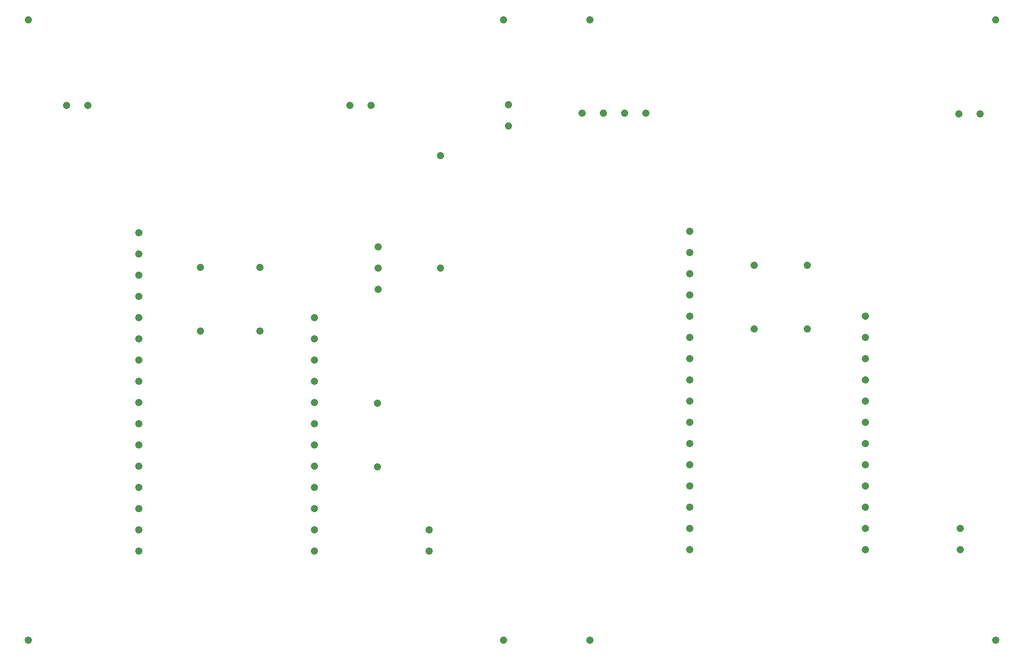
<source format=gbr>
G04 Generated by Ultiboard 13.0 *
%FSLAX25Y25*%
%MOIN*%

%ADD11C,0.03600*%


G04 ColorRGB 000000 for the following layer *
%LNDrill-Copper Top-Copper Bottom*%
%LPD*%
G54D11*
X241400Y62700D03*
X282200Y62900D03*
X17800Y62800D03*
X473200Y62900D03*
X17900Y355200D03*
X241400Y355200D03*
X282200Y355200D03*
X473300Y355200D03*
X152450Y214900D03*
X69950Y104900D03*
X152450Y104900D03*
X69950Y114900D03*
X152450Y114900D03*
X69950Y124900D03*
X152450Y124900D03*
X69950Y134900D03*
X152450Y134900D03*
X69950Y144900D03*
X152450Y144900D03*
X69950Y154900D03*
X152450Y154900D03*
X69950Y164900D03*
X152450Y164900D03*
X69950Y174900D03*
X152450Y174900D03*
X69950Y184900D03*
X152450Y184900D03*
X69950Y194900D03*
X152450Y194900D03*
X69950Y204900D03*
X152450Y204900D03*
X69950Y214900D03*
X69950Y224900D03*
X69950Y234900D03*
X69950Y244900D03*
X69950Y254900D03*
X98700Y238500D03*
X98700Y208500D03*
X126800Y238600D03*
X126800Y208600D03*
X329250Y105600D03*
X411750Y105600D03*
X329250Y115600D03*
X411750Y115600D03*
X329250Y125600D03*
X411750Y125600D03*
X329250Y135600D03*
X411750Y135600D03*
X329250Y145600D03*
X411750Y145600D03*
X329250Y155600D03*
X411750Y155600D03*
X329250Y165600D03*
X411750Y165600D03*
X329250Y175600D03*
X411750Y175600D03*
X329250Y185600D03*
X411750Y185600D03*
X329250Y195600D03*
X411750Y195600D03*
X329250Y205600D03*
X411750Y205600D03*
X329250Y215600D03*
X411750Y215600D03*
X329250Y225600D03*
X329250Y235600D03*
X329250Y245600D03*
X329250Y255600D03*
X359600Y239400D03*
X359600Y209400D03*
X384600Y239600D03*
X384600Y209600D03*
X206500Y104900D03*
X206500Y114900D03*
X456500Y115600D03*
X456500Y105600D03*
X182200Y144400D03*
X182200Y174400D03*
X182400Y228000D03*
X182400Y238000D03*
X182400Y248000D03*
X211900Y238244D03*
X211900Y291000D03*
X288373Y311000D03*
X298373Y311000D03*
X308373Y311000D03*
X278373Y311000D03*
X465700Y310900D03*
X455700Y310900D03*
X35800Y314800D03*
X45800Y314800D03*
X169200Y314800D03*
X179200Y314800D03*
X243900Y305000D03*
X243900Y315000D03*

M02*

</source>
